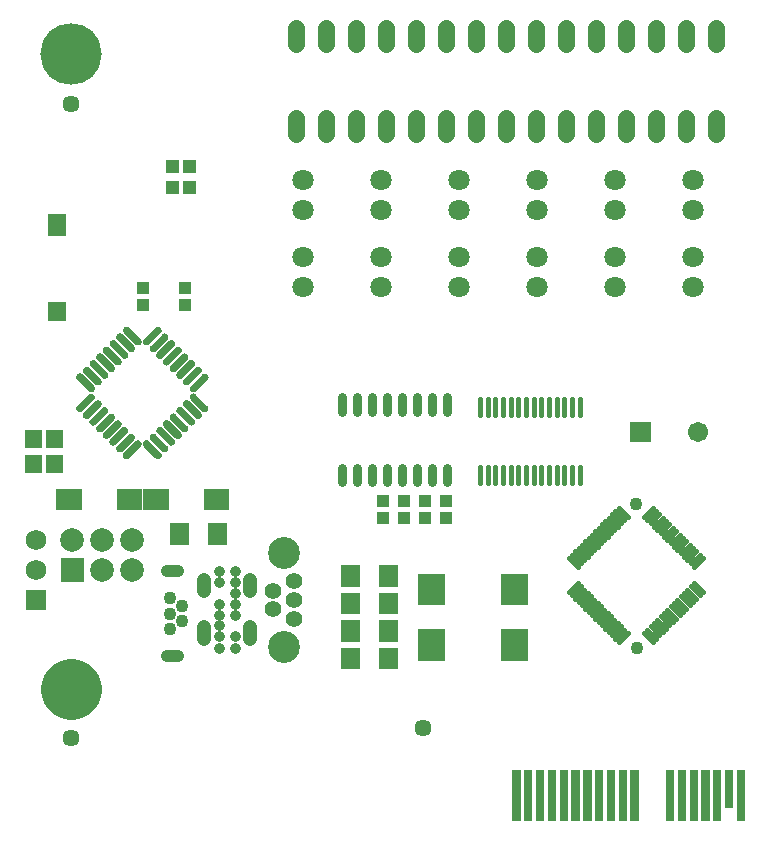
<source format=gts>
G04 Layer: TopSolderMaskLayer*
G04 EasyEDA v6.4.7, 2021-02-24T17:41:02+08:00*
G04 aefd34b0273d4d6584ca49087094e06a,119f753a6ce64b8d841f2ad33262ab0c,10*
G04 Gerber Generator version 0.2*
G04 Scale: 100 percent, Rotated: No, Reflected: No *
G04 Dimensions in millimeters *
G04 leading zeros omitted , absolute positions ,3 integer and 3 decimal *
%FSLAX33Y33*%
%MOMM*%
G90*
D02*

%ADD68C,1.403198*%
%ADD69C,5.203190*%
%ADD70C,0.444602*%
%ADD71C,0.406400*%
%ADD72C,1.003198*%
%ADD73C,0.903199*%
%ADD74C,1.203198*%
%ADD75C,0.803199*%
%ADD76C,1.448003*%
%ADD77C,2.003196*%
%ADD79C,1.803197*%
%ADD81C,1.703197*%
%ADD84R,1.727200X1.727200*%
%ADD85C,1.727200*%
%ADD86R,1.117600X1.117600*%
%ADD90C,1.092200*%
%ADD92C,1.103198*%
%ADD93C,2.703195*%

%LPD*%
G54D68*
G01X62611Y68420D02*
G01X62611Y67120D01*
G01X60071Y68420D02*
G01X60071Y67120D01*
G01X57531Y68420D02*
G01X57531Y67120D01*
G01X54991Y68420D02*
G01X54991Y67120D01*
G01X52451Y68420D02*
G01X52451Y67120D01*
G01X49911Y68420D02*
G01X49911Y67120D01*
G01X47371Y68420D02*
G01X47371Y67120D01*
G01X39751Y68420D02*
G01X39751Y67120D01*
G01X62611Y60800D02*
G01X62611Y59500D01*
G01X60071Y60800D02*
G01X60071Y59500D01*
G01X57531Y60800D02*
G01X57531Y59500D01*
G01X54991Y60800D02*
G01X54991Y59500D01*
G01X52451Y60800D02*
G01X52451Y59500D01*
G01X49911Y60800D02*
G01X49911Y59500D01*
G01X47371Y60800D02*
G01X47371Y59500D01*
G01X44831Y60800D02*
G01X44831Y59500D01*
G01X42291Y60800D02*
G01X42291Y59500D01*
G01X39751Y60800D02*
G01X39751Y59500D01*
G01X37211Y68420D02*
G01X37211Y67120D01*
G01X34671Y68420D02*
G01X34671Y67120D01*
G01X32131Y68420D02*
G01X32131Y67120D01*
G01X29591Y68420D02*
G01X29591Y67120D01*
G01X27051Y68420D02*
G01X27051Y67120D01*
G01X37211Y60800D02*
G01X37211Y59500D01*
G01X34671Y60800D02*
G01X34671Y59500D01*
G01X32131Y60800D02*
G01X32131Y59500D01*
G01X29591Y60800D02*
G01X29591Y59500D01*
G01X27051Y60800D02*
G01X27051Y59500D01*
G01X44831Y68420D02*
G01X44831Y67120D01*
G01X42291Y68420D02*
G01X42291Y67120D01*
G54D69*
G01X8001Y12525D02*
G01X8001Y12525D01*
G54D70*
G01X51088Y35652D02*
G01X51088Y37040D01*
G01X50438Y35652D02*
G01X50438Y37040D01*
G01X49788Y35652D02*
G01X49788Y37040D01*
G01X49138Y35652D02*
G01X49138Y37040D01*
G01X48488Y35652D02*
G01X48488Y37040D01*
G01X47838Y35652D02*
G01X47838Y37040D01*
G01X47187Y35652D02*
G01X47187Y37040D01*
G01X46537Y35652D02*
G01X46537Y37040D01*
G01X45887Y35652D02*
G01X45887Y37040D01*
G01X45237Y35652D02*
G01X45237Y37040D01*
G01X44587Y35652D02*
G01X44587Y37040D01*
G01X43937Y35652D02*
G01X43937Y37040D01*
G01X43287Y35652D02*
G01X43287Y37040D01*
G01X42637Y35652D02*
G01X42637Y37040D01*
G01X51088Y29920D02*
G01X51088Y31309D01*
G01X50438Y29920D02*
G01X50438Y31309D01*
G01X49788Y29920D02*
G01X49788Y31309D01*
G01X49138Y29920D02*
G01X49138Y31309D01*
G01X48488Y29920D02*
G01X48488Y31309D01*
G01X47838Y29920D02*
G01X47838Y31309D01*
G01X47187Y29920D02*
G01X47187Y31309D01*
G01X46537Y29920D02*
G01X46537Y31309D01*
G01X45887Y29920D02*
G01X45887Y31309D01*
G01X45237Y29920D02*
G01X45237Y31309D01*
G01X44587Y29920D02*
G01X44587Y31309D01*
G01X43937Y29920D02*
G01X43937Y31309D01*
G01X43287Y29920D02*
G01X43287Y31309D01*
G01X42637Y29920D02*
G01X42637Y31309D01*
G54D71*
G01X51286Y19577D02*
G01X52040Y20332D01*
G01X59818Y19012D02*
G01X59064Y19766D01*
G01X58404Y17598D02*
G01X57650Y18352D01*
G01X61233Y20426D02*
G01X60478Y21180D01*
G01X60950Y20143D02*
G01X60195Y20897D01*
G01X60384Y19577D02*
G01X59630Y20332D01*
G01X60101Y19295D02*
G01X59347Y20049D01*
G01X58687Y17881D02*
G01X57933Y18635D01*
G01X58970Y18163D02*
G01X58216Y18918D01*
G01X60667Y19860D02*
G01X59912Y20615D01*
G01X51192Y23113D02*
G01X50437Y23867D01*
G01X58121Y17315D02*
G01X57367Y18069D01*
G01X56518Y27073D02*
G01X57273Y27827D01*
G01X50154Y20709D02*
G01X50909Y21463D01*
G01X57556Y16749D02*
G01X56801Y17504D01*
G01X60195Y23396D02*
G01X60950Y24150D01*
G01X59253Y18446D02*
G01X58498Y19201D01*
G01X53548Y17315D02*
G01X54303Y18069D01*
G01X52134Y18729D02*
G01X52889Y19483D01*
G01X50909Y22830D02*
G01X50154Y23585D01*
G01X55152Y27073D02*
G01X54397Y27827D01*
G01X57838Y17032D02*
G01X57084Y17786D01*
G01X61515Y20709D02*
G01X60761Y21463D01*
G01X54114Y16749D02*
G01X54869Y17503D01*
G01X53831Y17032D02*
G01X54586Y17786D01*
G01X59535Y18729D02*
G01X58781Y19483D01*
G01X57273Y16466D02*
G01X56518Y17221D01*
G01X59912Y23679D02*
G01X60667Y24433D01*
G01X59630Y23962D02*
G01X60384Y24716D01*
G01X52606Y24527D02*
G01X51852Y25282D01*
G01X52889Y24810D02*
G01X52134Y25564D01*
G01X52323Y24244D02*
G01X51569Y24999D01*
G01X51757Y23679D02*
G01X51003Y24433D01*
G01X53171Y25093D02*
G01X52417Y25847D01*
G01X53454Y25376D02*
G01X52700Y26130D01*
G01X51474Y23396D02*
G01X50720Y24150D01*
G01X52040Y23962D02*
G01X51286Y24716D01*
G01X57932Y25659D02*
G01X58687Y26413D01*
G01X56801Y26790D02*
G01X57555Y27544D01*
G01X57084Y26507D02*
G01X57838Y27261D01*
G01X57650Y25941D02*
G01X58404Y26696D01*
G01X57367Y26224D02*
G01X58121Y26978D01*
G01X50720Y20143D02*
G01X51474Y20897D01*
G01X50437Y20426D02*
G01X51191Y21180D01*
G01X51003Y19860D02*
G01X51757Y20615D01*
G01X52983Y17881D02*
G01X53737Y18635D01*
G01X53266Y17598D02*
G01X54020Y18352D01*
G01X58781Y24810D02*
G01X59535Y25564D01*
G01X52700Y18163D02*
G01X53454Y18918D01*
G01X52417Y18446D02*
G01X53171Y19201D01*
G01X59064Y24527D02*
G01X59818Y25282D01*
G01X58498Y25093D02*
G01X59253Y25847D01*
G01X58215Y25376D02*
G01X58970Y26130D01*
G01X59347Y24244D02*
G01X60101Y24999D01*
G01X54397Y16466D02*
G01X55152Y17220D01*
G01X53737Y25659D02*
G01X52983Y26413D01*
G01X54586Y26507D02*
G01X53831Y27261D01*
G01X54020Y25941D02*
G01X53266Y26696D01*
G01X51851Y19012D02*
G01X52606Y19766D01*
G01X60761Y22830D02*
G01X61515Y23585D01*
G01X60478Y23113D02*
G01X61233Y23867D01*
G01X54303Y26224D02*
G01X53548Y26978D01*
G01X51568Y19295D02*
G01X52323Y20049D01*
G01X54869Y26790D02*
G01X54114Y27544D01*
G54D72*
G01X17111Y22440D02*
G01X16111Y22440D01*
G01X17111Y15282D02*
G01X16111Y15282D01*
G54D73*
G01X20508Y22492D02*
G01X20508Y22492D01*
G01X20508Y21542D02*
G01X20508Y21542D01*
G01X20508Y19692D02*
G01X20508Y19692D01*
G01X20508Y18792D02*
G01X20508Y18792D01*
G01X20508Y17892D02*
G01X20508Y17892D01*
G01X20508Y16942D02*
G01X20508Y16942D01*
G01X20508Y15992D02*
G01X20508Y15992D01*
G01X21909Y15992D02*
G01X21909Y15992D01*
G01X21909Y16942D02*
G01X21909Y16942D01*
G01X21909Y18792D02*
G01X21909Y18792D01*
G01X21909Y19692D02*
G01X21909Y19692D01*
G01X21909Y20592D02*
G01X21909Y20592D01*
G01X21909Y21542D02*
G01X21909Y21542D01*
G01X21909Y22492D02*
G01X21909Y22492D01*
G54D74*
G01X23138Y17742D02*
G01X23138Y16742D01*
G01X23138Y21742D02*
G01X23138Y20742D01*
G01X19279Y17742D02*
G01X19279Y16742D01*
G01X19279Y21742D02*
G01X19279Y20742D01*
G54D75*
G01X39878Y35979D02*
G01X39878Y37179D01*
G01X38608Y35979D02*
G01X38608Y37179D01*
G01X37338Y35979D02*
G01X37338Y37179D01*
G01X36068Y35979D02*
G01X36068Y37179D01*
G01X34798Y35979D02*
G01X34798Y37179D01*
G01X33528Y35979D02*
G01X33528Y37179D01*
G01X32258Y35979D02*
G01X32258Y37179D01*
G01X30988Y35979D02*
G01X30988Y37179D01*
G01X39878Y30036D02*
G01X39878Y31236D01*
G01X38608Y30036D02*
G01X38608Y31236D01*
G01X37338Y30036D02*
G01X37338Y31236D01*
G01X36068Y30036D02*
G01X36068Y31236D01*
G01X34798Y30036D02*
G01X34798Y31236D01*
G01X33528Y30036D02*
G01X33528Y31236D01*
G01X32258Y30036D02*
G01X32258Y31236D01*
G01X30988Y30036D02*
G01X30988Y31236D01*
G36*
G01X59385Y5600D02*
G01X60085Y5600D01*
G01X60085Y1300D01*
G01X59385Y1300D01*
G01X59385Y5600D01*
G37*
G36*
G01X58385Y5600D02*
G01X59085Y5600D01*
G01X59085Y1300D01*
G01X58385Y1300D01*
G01X58385Y5600D01*
G37*
G36*
G01X60385Y5600D02*
G01X61085Y5600D01*
G01X61085Y1300D01*
G01X60385Y1300D01*
G01X60385Y5600D01*
G37*
G36*
G01X62385Y5600D02*
G01X63085Y5600D01*
G01X63085Y1300D01*
G01X62385Y1300D01*
G01X62385Y5600D01*
G37*
G36*
G01X61385Y5600D02*
G01X62085Y5600D01*
G01X62085Y1300D01*
G01X61385Y1300D01*
G01X61385Y5600D01*
G37*
G36*
G01X64385Y5600D02*
G01X65085Y5600D01*
G01X65085Y1300D01*
G01X64385Y1300D01*
G01X64385Y5600D01*
G37*
G36*
G01X63385Y5600D02*
G01X64085Y5600D01*
G01X64085Y2400D01*
G01X63385Y2400D01*
G01X63385Y5600D01*
G37*
G36*
G01X46385Y5600D02*
G01X47085Y5600D01*
G01X47085Y1300D01*
G01X46385Y1300D01*
G01X46385Y5600D01*
G37*
G36*
G01X45385Y5600D02*
G01X46085Y5600D01*
G01X46085Y1300D01*
G01X45385Y1300D01*
G01X45385Y5600D01*
G37*
G36*
G01X47385Y5600D02*
G01X48085Y5600D01*
G01X48085Y1300D01*
G01X47385Y1300D01*
G01X47385Y5600D01*
G37*
G36*
G01X53385Y5600D02*
G01X54085Y5600D01*
G01X54085Y1300D01*
G01X53385Y1300D01*
G01X53385Y5600D01*
G37*
G36*
G01X52385Y5600D02*
G01X53085Y5600D01*
G01X53085Y1300D01*
G01X52385Y1300D01*
G01X52385Y5600D01*
G37*
G36*
G01X55385Y5600D02*
G01X56085Y5600D01*
G01X56085Y1300D01*
G01X55385Y1300D01*
G01X55385Y5600D01*
G37*
G36*
G01X54385Y5600D02*
G01X55085Y5600D01*
G01X55085Y1300D01*
G01X54385Y1300D01*
G01X54385Y5600D01*
G37*
G36*
G01X49385Y5600D02*
G01X50085Y5600D01*
G01X50085Y1300D01*
G01X49385Y1300D01*
G01X49385Y5600D01*
G37*
G36*
G01X48385Y5600D02*
G01X49085Y5600D01*
G01X49085Y1300D01*
G01X48385Y1300D01*
G01X48385Y5600D01*
G37*
G36*
G01X51385Y5600D02*
G01X52085Y5600D01*
G01X52085Y1300D01*
G01X51385Y1300D01*
G01X51385Y5600D01*
G37*
G36*
G01X50385Y5600D02*
G01X51085Y5600D01*
G01X51085Y1300D01*
G01X50385Y1300D01*
G01X50385Y5600D01*
G37*
G54D69*
G01X8001Y66246D03*
G54D76*
G01X37846Y9160D03*
G01X8001Y8334D03*
G01X8001Y62055D03*
G54D77*
G01X13208Y25098D03*
G01X13208Y22558D03*
G01X10668Y25098D03*
G01X10668Y22558D03*
G01X8128Y25098D03*
G36*
G01X7127Y21558D02*
G01X7127Y23559D01*
G01X9128Y23559D01*
G01X9128Y21558D01*
G01X7127Y21558D01*
G37*
G54D79*
G01X60706Y53038D03*
G01X60706Y55578D03*
G01X60706Y49101D03*
G01X60706Y46561D03*
G36*
G01X55384Y33392D02*
G01X55384Y35093D01*
G01X57086Y35093D01*
G01X57086Y33392D01*
G01X55384Y33392D01*
G37*
G54D81*
G01X61112Y34242D03*
G36*
G01X44386Y14862D02*
G01X44386Y17555D01*
G01X46672Y17555D01*
G01X46672Y14862D01*
G01X44386Y14862D01*
G37*
G36*
G01X37401Y14862D02*
G01X37401Y17555D01*
G01X39687Y17555D01*
G01X39687Y14862D01*
G01X37401Y14862D01*
G37*
G36*
G01X34074Y16480D02*
G01X34074Y18309D01*
G01X35659Y18309D01*
G01X35659Y16480D01*
G01X34074Y16480D01*
G37*
G36*
G01X30888Y16480D02*
G01X30888Y18309D01*
G01X32473Y18309D01*
G01X32473Y16480D01*
G01X30888Y16480D01*
G37*
G36*
G01X34074Y14151D02*
G01X34074Y15980D01*
G01X35659Y15980D01*
G01X35659Y14151D01*
G01X34074Y14151D01*
G37*
G36*
G01X30888Y14151D02*
G01X30888Y15980D01*
G01X32473Y15980D01*
G01X32473Y14151D01*
G01X30888Y14151D01*
G37*
G36*
G01X37401Y19561D02*
G01X37401Y22254D01*
G01X39687Y22254D01*
G01X39687Y19561D01*
G01X37401Y19561D01*
G37*
G36*
G01X44386Y19561D02*
G01X44386Y22254D01*
G01X46672Y22254D01*
G01X46672Y19561D01*
G01X44386Y19561D01*
G37*
G36*
G01X30888Y21136D02*
G01X30888Y22965D01*
G01X32473Y22965D01*
G01X32473Y21136D01*
G01X30888Y21136D01*
G37*
G36*
G01X34074Y21136D02*
G01X34074Y22965D01*
G01X35659Y22965D01*
G01X35659Y21136D01*
G01X34074Y21136D01*
G37*
G36*
G01X30888Y18807D02*
G01X30888Y20636D01*
G01X32473Y20636D01*
G01X32473Y18807D01*
G01X30888Y18807D01*
G37*
G36*
G01X34074Y18807D02*
G01X34074Y20636D01*
G01X35659Y20636D01*
G01X35659Y18807D01*
G01X34074Y18807D01*
G37*
G54D84*
G01X5080Y20018D03*
G54D85*
G01X5080Y25098D03*
G01X5080Y22558D03*
G54D79*
G01X54102Y46561D03*
G01X54102Y49101D03*
G01X47498Y46561D03*
G01X47498Y49101D03*
G01X40894Y46561D03*
G01X40894Y49101D03*
G01X34290Y46561D03*
G01X34290Y49101D03*
G01X27686Y46561D03*
G01X27686Y49101D03*
G01X54102Y53038D03*
G01X54102Y55578D03*
G01X47498Y53038D03*
G01X47498Y55578D03*
G01X40894Y53038D03*
G01X40894Y55578D03*
G01X34290Y53038D03*
G01X34290Y55578D03*
G01X27686Y53038D03*
G01X27686Y55578D03*
G36*
G01X12138Y32525D02*
G01X12100Y32530D01*
G01X12062Y32538D01*
G01X12026Y32553D01*
G01X11993Y32571D01*
G01X11960Y32591D01*
G01X11932Y32617D01*
G01X11907Y32647D01*
G01X11884Y32678D01*
G01X11866Y32711D01*
G01X11854Y32749D01*
G01X11844Y32784D01*
G01X11841Y32823D01*
G01X11841Y32861D01*
G01X11844Y32899D01*
G01X11854Y32937D01*
G01X11866Y32972D01*
G01X11884Y33008D01*
G01X11907Y33038D01*
G01X11930Y33064D01*
G01X12887Y34021D01*
G01X12913Y34044D01*
G01X12943Y34067D01*
G01X12979Y34085D01*
G01X13014Y34098D01*
G01X13053Y34108D01*
G01X13091Y34110D01*
G01X13129Y34110D01*
G01X13167Y34108D01*
G01X13202Y34098D01*
G01X13238Y34085D01*
G01X13274Y34067D01*
G01X13304Y34044D01*
G01X13335Y34019D01*
G01X13360Y33991D01*
G01X13380Y33958D01*
G01X13398Y33925D01*
G01X13413Y33889D01*
G01X13421Y33851D01*
G01X13426Y33813D01*
G01X13426Y33775D01*
G01X13421Y33737D01*
G01X13413Y33699D01*
G01X13398Y33663D01*
G01X13380Y33630D01*
G01X13360Y33597D01*
G01X12354Y32591D01*
G01X12321Y32571D01*
G01X12288Y32553D01*
G01X12252Y32538D01*
G01X12214Y32530D01*
G01X12176Y32525D01*
G01X12138Y32525D01*
G37*
G36*
G01X11562Y33099D02*
G01X11523Y33104D01*
G01X11488Y33115D01*
G01X11452Y33127D01*
G01X11417Y33145D01*
G01X11386Y33168D01*
G01X11358Y33193D01*
G01X11333Y33221D01*
G01X11310Y33252D01*
G01X11292Y33287D01*
G01X11280Y33323D01*
G01X11269Y33358D01*
G01X11264Y33397D01*
G01X11264Y33437D01*
G01X11269Y33475D01*
G01X11280Y33511D01*
G01X11292Y33546D01*
G01X11310Y33582D01*
G01X11333Y33612D01*
G01X11356Y33640D01*
G01X12311Y34595D01*
G01X12339Y34618D01*
G01X12369Y34641D01*
G01X12402Y34659D01*
G01X12440Y34672D01*
G01X12476Y34682D01*
G01X12514Y34687D01*
G01X12555Y34687D01*
G01X12590Y34682D01*
G01X12628Y34672D01*
G01X12664Y34659D01*
G01X12697Y34641D01*
G01X12730Y34618D01*
G01X12758Y34593D01*
G01X12783Y34565D01*
G01X12806Y34532D01*
G01X12824Y34499D01*
G01X12837Y34463D01*
G01X12847Y34425D01*
G01X12852Y34390D01*
G01X12852Y34349D01*
G01X12847Y34311D01*
G01X12837Y34275D01*
G01X12824Y34237D01*
G01X12806Y34204D01*
G01X12783Y34174D01*
G01X12760Y34146D01*
G01X11805Y33191D01*
G01X11777Y33168D01*
G01X11747Y33145D01*
G01X11711Y33127D01*
G01X11676Y33115D01*
G01X11640Y33104D01*
G01X11602Y33099D01*
G01X11562Y33099D01*
G37*
G36*
G01X9875Y34789D02*
G01X9837Y34794D01*
G01X9799Y34801D01*
G01X9763Y34816D01*
G01X9730Y34834D01*
G01X9697Y34855D01*
G01X9669Y34880D01*
G01X9644Y34910D01*
G01X9621Y34941D01*
G01X9603Y34974D01*
G01X9591Y35012D01*
G01X9580Y35048D01*
G01X9575Y35086D01*
G01X9575Y35124D01*
G01X9580Y35162D01*
G01X9591Y35200D01*
G01X9603Y35236D01*
G01X9621Y35269D01*
G01X9644Y35302D01*
G01X9667Y35327D01*
G01X10624Y36285D01*
G01X10650Y36307D01*
G01X10683Y36330D01*
G01X10716Y36346D01*
G01X10751Y36361D01*
G01X10789Y36368D01*
G01X10825Y36373D01*
G01X10866Y36373D01*
G01X10904Y36368D01*
G01X10939Y36361D01*
G01X10977Y36346D01*
G01X11010Y36330D01*
G01X11041Y36307D01*
G01X11071Y36282D01*
G01X11097Y36254D01*
G01X11117Y36221D01*
G01X11135Y36188D01*
G01X11150Y36152D01*
G01X11158Y36114D01*
G01X11163Y36076D01*
G01X11163Y36038D01*
G01X11158Y36000D01*
G01X11150Y35962D01*
G01X11135Y35926D01*
G01X11117Y35893D01*
G01X11097Y35860D01*
G01X11071Y35835D01*
G01X10116Y34877D01*
G01X10088Y34855D01*
G01X10058Y34834D01*
G01X10025Y34816D01*
G01X9989Y34801D01*
G01X9951Y34794D01*
G01X9913Y34789D01*
G01X9875Y34789D01*
G37*
G36*
G01X8742Y35919D02*
G01X8704Y35924D01*
G01X8669Y35934D01*
G01X8633Y35947D01*
G01X8597Y35965D01*
G01X8567Y35987D01*
G01X8536Y36013D01*
G01X8511Y36041D01*
G01X8491Y36071D01*
G01X8473Y36107D01*
G01X8460Y36142D01*
G01X8450Y36180D01*
G01X8445Y36219D01*
G01X8445Y36257D01*
G01X8450Y36295D01*
G01X8460Y36330D01*
G01X8473Y36368D01*
G01X8491Y36401D01*
G01X8511Y36432D01*
G01X8536Y36460D01*
G01X9491Y37415D01*
G01X9519Y37438D01*
G01X9550Y37461D01*
G01X9583Y37478D01*
G01X9618Y37491D01*
G01X9657Y37501D01*
G01X9695Y37506D01*
G01X9733Y37506D01*
G01X9771Y37501D01*
G01X9809Y37491D01*
G01X9845Y37478D01*
G01X9878Y37461D01*
G01X9911Y37440D01*
G01X9939Y37412D01*
G01X9964Y37384D01*
G01X9987Y37354D01*
G01X10005Y37318D01*
G01X10017Y37283D01*
G01X10027Y37247D01*
G01X10033Y37207D01*
G01X10033Y37171D01*
G01X10027Y37130D01*
G01X10017Y37095D01*
G01X10005Y37059D01*
G01X9987Y37024D01*
G01X9964Y36993D01*
G01X9941Y36965D01*
G01X8983Y36010D01*
G01X8958Y35987D01*
G01X8928Y35965D01*
G01X8892Y35947D01*
G01X8856Y35934D01*
G01X8818Y35924D01*
G01X8780Y35919D01*
G01X8742Y35919D01*
G37*
G36*
G01X9705Y37618D02*
G01X9667Y37623D01*
G01X9631Y37633D01*
G01X9596Y37646D01*
G01X9560Y37664D01*
G01X9530Y37687D01*
G01X9502Y37710D01*
G01X8547Y38665D01*
G01X8524Y38692D01*
G01X8501Y38723D01*
G01X8483Y38759D01*
G01X8470Y38794D01*
G01X8460Y38830D01*
G01X8455Y38868D01*
G01X8455Y38908D01*
G01X8460Y38946D01*
G01X8470Y38982D01*
G01X8483Y39018D01*
G01X8501Y39053D01*
G01X8524Y39084D01*
G01X8549Y39114D01*
G01X8577Y39137D01*
G01X8610Y39160D01*
G01X8643Y39178D01*
G01X8679Y39190D01*
G01X8717Y39200D01*
G01X8755Y39206D01*
G01X8793Y39206D01*
G01X8831Y39200D01*
G01X8869Y39190D01*
G01X8905Y39178D01*
G01X8938Y39160D01*
G01X8971Y39137D01*
G01X8996Y39114D01*
G01X9951Y38159D01*
G01X9977Y38131D01*
G01X9997Y38101D01*
G01X10015Y38068D01*
G01X10027Y38032D01*
G01X10038Y37994D01*
G01X10043Y37956D01*
G01X10043Y37918D01*
G01X10038Y37880D01*
G01X10027Y37842D01*
G01X10015Y37806D01*
G01X9997Y37773D01*
G01X9974Y37740D01*
G01X9949Y37712D01*
G01X9921Y37687D01*
G01X9890Y37664D01*
G01X9855Y37646D01*
G01X9819Y37633D01*
G01X9784Y37623D01*
G01X9745Y37618D01*
G01X9705Y37618D01*
G37*
G36*
G01X10271Y38184D02*
G01X10233Y38190D01*
G01X10195Y38197D01*
G01X10160Y38212D01*
G01X10126Y38230D01*
G01X10093Y38251D01*
G01X9088Y39256D01*
G01X9067Y39289D01*
G01X9050Y39322D01*
G01X9034Y39358D01*
G01X9027Y39396D01*
G01X9022Y39434D01*
G01X9022Y39472D01*
G01X9027Y39510D01*
G01X9034Y39548D01*
G01X9050Y39584D01*
G01X9067Y39617D01*
G01X9090Y39650D01*
G01X9116Y39678D01*
G01X9144Y39703D01*
G01X9174Y39726D01*
G01X9210Y39744D01*
G01X9245Y39757D01*
G01X9281Y39767D01*
G01X9319Y39769D01*
G01X9359Y39769D01*
G01X9395Y39767D01*
G01X9433Y39757D01*
G01X9469Y39744D01*
G01X9504Y39726D01*
G01X9535Y39703D01*
G01X9560Y39681D01*
G01X10518Y38726D01*
G01X10541Y38698D01*
G01X10563Y38667D01*
G01X10581Y38632D01*
G01X10594Y38596D01*
G01X10604Y38558D01*
G01X10609Y38520D01*
G01X10609Y38482D01*
G01X10604Y38444D01*
G01X10594Y38408D01*
G01X10581Y38372D01*
G01X10563Y38337D01*
G01X10541Y38306D01*
G01X10515Y38276D01*
G01X10487Y38253D01*
G01X10454Y38230D01*
G01X10421Y38212D01*
G01X10386Y38197D01*
G01X10347Y38190D01*
G01X10309Y38184D01*
G01X10271Y38184D01*
G37*
G36*
G01X10838Y38751D02*
G01X10800Y38756D01*
G01X10761Y38764D01*
G01X10726Y38776D01*
G01X10693Y38794D01*
G01X10660Y38817D01*
G01X10634Y38840D01*
G01X9677Y39797D01*
G01X9654Y39823D01*
G01X9631Y39856D01*
G01X9613Y39889D01*
G01X9601Y39924D01*
G01X9591Y39962D01*
G01X9588Y40001D01*
G01X9588Y40039D01*
G01X9593Y40077D01*
G01X9601Y40112D01*
G01X9613Y40150D01*
G01X9631Y40183D01*
G01X9654Y40216D01*
G01X9679Y40244D01*
G01X9707Y40270D01*
G01X9740Y40290D01*
G01X9773Y40308D01*
G01X9809Y40323D01*
G01X9847Y40331D01*
G01X9885Y40336D01*
G01X9923Y40336D01*
G01X9961Y40331D01*
G01X9999Y40323D01*
G01X10035Y40308D01*
G01X10068Y40290D01*
G01X10101Y40270D01*
G01X11107Y39264D01*
G01X11127Y39231D01*
G01X11145Y39198D01*
G01X11160Y39162D01*
G01X11168Y39124D01*
G01X11173Y39086D01*
G01X11173Y39048D01*
G01X11168Y39010D01*
G01X11160Y38972D01*
G01X11145Y38936D01*
G01X11127Y38903D01*
G01X11107Y38870D01*
G01X11082Y38842D01*
G01X11054Y38817D01*
G01X11021Y38794D01*
G01X10988Y38776D01*
G01X10949Y38764D01*
G01X10914Y38756D01*
G01X10876Y38751D01*
G01X10838Y38751D01*
G37*
G36*
G01X11402Y39315D02*
G01X11363Y39320D01*
G01X11328Y39330D01*
G01X11290Y39343D01*
G01X11257Y39361D01*
G01X11226Y39383D01*
G01X11198Y39406D01*
G01X10243Y40361D01*
G01X10220Y40389D01*
G01X10198Y40420D01*
G01X10180Y40455D01*
G01X10167Y40491D01*
G01X10157Y40526D01*
G01X10152Y40564D01*
G01X10152Y40605D01*
G01X10157Y40641D01*
G01X10167Y40679D01*
G01X10180Y40714D01*
G01X10198Y40750D01*
G01X10220Y40780D01*
G01X10246Y40808D01*
G01X10274Y40834D01*
G01X10307Y40857D01*
G01X10340Y40874D01*
G01X10375Y40887D01*
G01X10414Y40897D01*
G01X10449Y40902D01*
G01X10490Y40902D01*
G01X10528Y40897D01*
G01X10563Y40887D01*
G01X10599Y40874D01*
G01X10634Y40857D01*
G01X10665Y40834D01*
G01X10693Y40811D01*
G01X11648Y39856D01*
G01X11671Y39828D01*
G01X11694Y39797D01*
G01X11711Y39762D01*
G01X11724Y39726D01*
G01X11734Y39691D01*
G01X11739Y39653D01*
G01X11739Y39612D01*
G01X11734Y39576D01*
G01X11724Y39538D01*
G01X11711Y39503D01*
G01X11694Y39470D01*
G01X11671Y39437D01*
G01X11645Y39409D01*
G01X11617Y39383D01*
G01X11587Y39361D01*
G01X11551Y39343D01*
G01X11516Y39330D01*
G01X11478Y39320D01*
G01X11440Y39315D01*
G01X11402Y39315D01*
G37*
G36*
G01X11968Y39881D02*
G01X11930Y39886D01*
G01X11892Y39894D01*
G01X11856Y39909D01*
G01X11823Y39927D01*
G01X11790Y39947D01*
G01X11765Y39970D01*
G01X10810Y40928D01*
G01X10784Y40953D01*
G01X10764Y40986D01*
G01X10746Y41019D01*
G01X10731Y41055D01*
G01X10723Y41093D01*
G01X10718Y41131D01*
G01X10718Y41169D01*
G01X10723Y41207D01*
G01X10731Y41245D01*
G01X10746Y41281D01*
G01X10764Y41314D01*
G01X10784Y41347D01*
G01X10810Y41375D01*
G01X10838Y41400D01*
G01X10871Y41423D01*
G01X10904Y41441D01*
G01X10942Y41453D01*
G01X10977Y41461D01*
G01X11015Y41466D01*
G01X11054Y41466D01*
G01X11092Y41461D01*
G01X11130Y41453D01*
G01X11165Y41441D01*
G01X11198Y41423D01*
G01X11231Y41400D01*
G01X11257Y41377D01*
G01X12214Y40420D01*
G01X12237Y40394D01*
G01X12260Y40361D01*
G01X12278Y40328D01*
G01X12291Y40293D01*
G01X12298Y40255D01*
G01X12303Y40216D01*
G01X12303Y40178D01*
G01X12298Y40140D01*
G01X12291Y40105D01*
G01X12278Y40067D01*
G01X12260Y40034D01*
G01X12237Y40003D01*
G01X12212Y39973D01*
G01X12184Y39947D01*
G01X12151Y39927D01*
G01X12118Y39909D01*
G01X12082Y39894D01*
G01X12044Y39886D01*
G01X12006Y39881D01*
G01X11968Y39881D01*
G37*
G36*
G01X13098Y41012D02*
G01X13060Y41017D01*
G01X13025Y41027D01*
G01X12987Y41039D01*
G01X12954Y41057D01*
G01X12923Y41080D01*
G01X12895Y41103D01*
G01X11940Y42058D01*
G01X11917Y42086D01*
G01X11894Y42116D01*
G01X11877Y42149D01*
G01X11864Y42188D01*
G01X11854Y42223D01*
G01X11849Y42261D01*
G01X11849Y42299D01*
G01X11854Y42337D01*
G01X11864Y42375D01*
G01X11877Y42411D01*
G01X11894Y42444D01*
G01X11915Y42477D01*
G01X11943Y42505D01*
G01X11971Y42530D01*
G01X12001Y42553D01*
G01X12037Y42571D01*
G01X12072Y42584D01*
G01X12108Y42594D01*
G01X12148Y42599D01*
G01X12184Y42599D01*
G01X12225Y42594D01*
G01X12260Y42584D01*
G01X12296Y42571D01*
G01X12331Y42553D01*
G01X12362Y42530D01*
G01X12390Y42508D01*
G01X13345Y41553D01*
G01X13368Y41525D01*
G01X13390Y41494D01*
G01X13408Y41459D01*
G01X13421Y41423D01*
G01X13431Y41387D01*
G01X13436Y41347D01*
G01X13436Y41311D01*
G01X13431Y41271D01*
G01X13421Y41235D01*
G01X13408Y41199D01*
G01X13390Y41164D01*
G01X13368Y41133D01*
G01X13342Y41105D01*
G01X13314Y41080D01*
G01X13284Y41057D01*
G01X13248Y41039D01*
G01X13213Y41027D01*
G01X13174Y41017D01*
G01X13136Y41012D01*
G01X13098Y41012D01*
G37*
G36*
G01X12534Y40445D02*
G01X12496Y40450D01*
G01X12458Y40460D01*
G01X12423Y40473D01*
G01X12387Y40491D01*
G01X12357Y40514D01*
G01X12331Y40537D01*
G01X11374Y41492D01*
G01X11351Y41520D01*
G01X11328Y41550D01*
G01X11310Y41586D01*
G01X11297Y41621D01*
G01X11287Y41659D01*
G01X11285Y41697D01*
G01X11285Y41735D01*
G01X11287Y41774D01*
G01X11297Y41809D01*
G01X11310Y41845D01*
G01X11328Y41880D01*
G01X11351Y41911D01*
G01X11376Y41941D01*
G01X11404Y41964D01*
G01X11437Y41987D01*
G01X11470Y42005D01*
G01X11506Y42020D01*
G01X11544Y42028D01*
G01X11582Y42033D01*
G01X11620Y42033D01*
G01X11658Y42028D01*
G01X11696Y42020D01*
G01X11732Y42005D01*
G01X11765Y41987D01*
G01X11798Y41967D01*
G01X12804Y40961D01*
G01X12824Y40928D01*
G01X12842Y40895D01*
G01X12857Y40859D01*
G01X12865Y40821D01*
G01X12870Y40783D01*
G01X12870Y40745D01*
G01X12865Y40707D01*
G01X12857Y40669D01*
G01X12842Y40633D01*
G01X12824Y40600D01*
G01X12804Y40567D01*
G01X12778Y40539D01*
G01X12748Y40514D01*
G01X12717Y40491D01*
G01X12682Y40473D01*
G01X12646Y40460D01*
G01X12611Y40450D01*
G01X12573Y40445D01*
G01X12534Y40445D01*
G37*
G36*
G01X13665Y41578D02*
G01X13627Y41583D01*
G01X13589Y41591D01*
G01X13553Y41606D01*
G01X13520Y41624D01*
G01X13487Y41644D01*
G01X13462Y41667D01*
G01X12504Y42624D01*
G01X12481Y42650D01*
G01X12461Y42683D01*
G01X12443Y42716D01*
G01X12428Y42751D01*
G01X12420Y42790D01*
G01X12415Y42828D01*
G01X12415Y42866D01*
G01X12420Y42904D01*
G01X12428Y42942D01*
G01X12443Y42977D01*
G01X12461Y43010D01*
G01X12481Y43041D01*
G01X12506Y43071D01*
G01X12537Y43097D01*
G01X12567Y43117D01*
G01X12600Y43135D01*
G01X12636Y43150D01*
G01X12674Y43158D01*
G01X12712Y43163D01*
G01X12750Y43163D01*
G01X12788Y43158D01*
G01X12827Y43150D01*
G01X12862Y43135D01*
G01X12895Y43117D01*
G01X12928Y43097D01*
G01X12954Y43074D01*
G01X13911Y42116D01*
G01X13934Y42091D01*
G01X13954Y42058D01*
G01X13972Y42025D01*
G01X13987Y41989D01*
G01X13995Y41951D01*
G01X14000Y41913D01*
G01X14000Y41875D01*
G01X13995Y41837D01*
G01X13987Y41799D01*
G01X13972Y41763D01*
G01X13954Y41730D01*
G01X13934Y41700D01*
G01X13909Y41669D01*
G01X13878Y41644D01*
G01X13848Y41624D01*
G01X13815Y41606D01*
G01X13779Y41591D01*
G01X13741Y41583D01*
G01X13703Y41578D01*
G01X13665Y41578D01*
G37*
G36*
G01X15925Y32530D02*
G01X15887Y32536D01*
G01X15852Y32543D01*
G01X15814Y32558D01*
G01X15781Y32576D01*
G01X15750Y32596D01*
G01X15722Y32619D01*
G01X14767Y33577D01*
G01X14744Y33602D01*
G01X14721Y33635D01*
G01X14704Y33668D01*
G01X14691Y33704D01*
G01X14681Y33742D01*
G01X14676Y33780D01*
G01X14676Y33818D01*
G01X14681Y33856D01*
G01X14691Y33894D01*
G01X14704Y33930D01*
G01X14721Y33963D01*
G01X14744Y33996D01*
G01X14770Y34024D01*
G01X14798Y34049D01*
G01X14828Y34072D01*
G01X14864Y34090D01*
G01X14899Y34103D01*
G01X14935Y34113D01*
G01X14975Y34115D01*
G01X15013Y34115D01*
G01X15052Y34113D01*
G01X15087Y34103D01*
G01X15123Y34090D01*
G01X15158Y34072D01*
G01X15189Y34049D01*
G01X15217Y34027D01*
G01X16172Y33069D01*
G01X16195Y33044D01*
G01X16217Y33011D01*
G01X16235Y32977D01*
G01X16248Y32942D01*
G01X16258Y32904D01*
G01X16263Y32866D01*
G01X16263Y32828D01*
G01X16258Y32790D01*
G01X16248Y32751D01*
G01X16235Y32716D01*
G01X16217Y32683D01*
G01X16195Y32650D01*
G01X16169Y32622D01*
G01X16141Y32596D01*
G01X16111Y32576D01*
G01X16075Y32558D01*
G01X16040Y32543D01*
G01X16002Y32536D01*
G01X15966Y32530D01*
G01X15925Y32530D01*
G37*
G36*
G01X16492Y33094D02*
G01X16454Y33099D01*
G01X16416Y33110D01*
G01X16380Y33122D01*
G01X16347Y33140D01*
G01X16314Y33163D01*
G01X16289Y33186D01*
G01X15331Y34141D01*
G01X15308Y34169D01*
G01X15288Y34199D01*
G01X15270Y34235D01*
G01X15255Y34270D01*
G01X15247Y34306D01*
G01X15242Y34344D01*
G01X15242Y34385D01*
G01X15247Y34423D01*
G01X15255Y34458D01*
G01X15270Y34494D01*
G01X15288Y34529D01*
G01X15308Y34560D01*
G01X15333Y34588D01*
G01X15361Y34616D01*
G01X15394Y34636D01*
G01X15427Y34654D01*
G01X15463Y34667D01*
G01X15501Y34677D01*
G01X15539Y34682D01*
G01X15577Y34682D01*
G01X15615Y34677D01*
G01X15654Y34667D01*
G01X15689Y34654D01*
G01X15722Y34636D01*
G01X15755Y34616D01*
G01X15781Y34590D01*
G01X16738Y33635D01*
G01X16761Y33610D01*
G01X16781Y33577D01*
G01X16799Y33544D01*
G01X16814Y33508D01*
G01X16822Y33470D01*
G01X16827Y33432D01*
G01X16827Y33394D01*
G01X16822Y33356D01*
G01X16814Y33318D01*
G01X16799Y33282D01*
G01X16781Y33249D01*
G01X16761Y33216D01*
G01X16736Y33188D01*
G01X16708Y33163D01*
G01X16675Y33140D01*
G01X16642Y33122D01*
G01X16606Y33110D01*
G01X16568Y33099D01*
G01X16530Y33094D01*
G01X16492Y33094D01*
G37*
G36*
G01X15369Y31969D02*
G01X15333Y31974D01*
G01X15295Y31982D01*
G01X15260Y31997D01*
G01X15224Y32015D01*
G01X15194Y32035D01*
G01X15168Y32058D01*
G01X14211Y33016D01*
G01X14188Y33041D01*
G01X14165Y33074D01*
G01X14147Y33107D01*
G01X14135Y33143D01*
G01X14124Y33181D01*
G01X14122Y33219D01*
G01X14122Y33257D01*
G01X14124Y33295D01*
G01X14135Y33331D01*
G01X14147Y33369D01*
G01X14165Y33402D01*
G01X14188Y33435D01*
G01X14213Y33463D01*
G01X14241Y33488D01*
G01X14274Y33508D01*
G01X14307Y33526D01*
G01X14343Y33541D01*
G01X14381Y33549D01*
G01X14419Y33554D01*
G01X14457Y33554D01*
G01X14495Y33549D01*
G01X14533Y33541D01*
G01X14569Y33526D01*
G01X14602Y33508D01*
G01X14632Y33488D01*
G01X14660Y33465D01*
G01X15615Y32508D01*
G01X15638Y32482D01*
G01X15661Y32449D01*
G01X15679Y32416D01*
G01X15694Y32381D01*
G01X15702Y32342D01*
G01X15707Y32304D01*
G01X15707Y32266D01*
G01X15702Y32228D01*
G01X15694Y32190D01*
G01X15679Y32155D01*
G01X15661Y32122D01*
G01X15638Y32088D01*
G01X15615Y32061D01*
G01X15585Y32035D01*
G01X15554Y32015D01*
G01X15519Y31997D01*
G01X15483Y31982D01*
G01X15448Y31974D01*
G01X15410Y31969D01*
G01X15369Y31969D01*
G37*
G36*
G01X11005Y33656D02*
G01X10967Y33661D01*
G01X10932Y33671D01*
G01X10896Y33684D01*
G01X10861Y33701D01*
G01X10830Y33724D01*
G01X10800Y33750D01*
G01X10777Y33778D01*
G01X10754Y33808D01*
G01X10736Y33844D01*
G01X10721Y33879D01*
G01X10713Y33917D01*
G01X10708Y33955D01*
G01X10708Y33993D01*
G01X10713Y34032D01*
G01X10721Y34067D01*
G01X10736Y34105D01*
G01X10754Y34138D01*
G01X10774Y34169D01*
G01X10800Y34197D01*
G01X11755Y35152D01*
G01X11780Y35175D01*
G01X11813Y35197D01*
G01X11846Y35215D01*
G01X11882Y35228D01*
G01X11920Y35238D01*
G01X11958Y35243D01*
G01X11996Y35243D01*
G01X12034Y35238D01*
G01X12072Y35228D01*
G01X12108Y35215D01*
G01X12141Y35197D01*
G01X12174Y35175D01*
G01X12202Y35152D01*
G01X12227Y35121D01*
G01X12250Y35091D01*
G01X12268Y35055D01*
G01X12280Y35020D01*
G01X12291Y34984D01*
G01X12296Y34946D01*
G01X12296Y34905D01*
G01X12291Y34867D01*
G01X12280Y34832D01*
G01X12268Y34796D01*
G01X12250Y34761D01*
G01X12227Y34730D01*
G01X12204Y34702D01*
G01X11247Y33747D01*
G01X11221Y33724D01*
G01X11188Y33701D01*
G01X11155Y33684D01*
G01X11120Y33671D01*
G01X11082Y33661D01*
G01X11046Y33656D01*
G01X11005Y33656D01*
G37*
G36*
G01X9319Y35345D02*
G01X9281Y35350D01*
G01X9243Y35360D01*
G01X9207Y35373D01*
G01X9171Y35390D01*
G01X9141Y35411D01*
G01X9113Y35436D01*
G01X9088Y35467D01*
G01X9065Y35497D01*
G01X9047Y35533D01*
G01X9034Y35568D01*
G01X9024Y35604D01*
G01X9019Y35642D01*
G01X9019Y35683D01*
G01X9024Y35721D01*
G01X9034Y35756D01*
G01X9047Y35792D01*
G01X9065Y35827D01*
G01X9088Y35858D01*
G01X9110Y35883D01*
G01X10066Y36841D01*
G01X10093Y36864D01*
G01X10124Y36887D01*
G01X10160Y36904D01*
G01X10195Y36917D01*
G01X10231Y36927D01*
G01X10269Y36932D01*
G01X10309Y36932D01*
G01X10347Y36927D01*
G01X10383Y36917D01*
G01X10419Y36904D01*
G01X10454Y36887D01*
G01X10485Y36864D01*
G01X10513Y36838D01*
G01X10538Y36810D01*
G01X10561Y36777D01*
G01X10579Y36744D01*
G01X10591Y36709D01*
G01X10601Y36671D01*
G01X10607Y36633D01*
G01X10607Y36594D01*
G01X10601Y36556D01*
G01X10591Y36518D01*
G01X10579Y36483D01*
G01X10561Y36450D01*
G01X10538Y36419D01*
G01X10515Y36391D01*
G01X9560Y35436D01*
G01X9532Y35411D01*
G01X9502Y35390D01*
G01X9469Y35373D01*
G01X9431Y35360D01*
G01X9395Y35350D01*
G01X9357Y35345D01*
G01X9319Y35345D01*
G37*
G36*
G01X10449Y34214D02*
G01X10411Y34220D01*
G01X10373Y34227D01*
G01X10337Y34240D01*
G01X10304Y34258D01*
G01X10271Y34281D01*
G01X10243Y34306D01*
G01X10218Y34334D01*
G01X10198Y34367D01*
G01X10180Y34400D01*
G01X10165Y34435D01*
G01X10157Y34474D01*
G01X10152Y34512D01*
G01X10152Y34550D01*
G01X10157Y34588D01*
G01X10165Y34626D01*
G01X10180Y34662D01*
G01X10198Y34695D01*
G01X10218Y34728D01*
G01X11224Y35733D01*
G01X11257Y35754D01*
G01X11290Y35771D01*
G01X11325Y35787D01*
G01X11363Y35794D01*
G01X11402Y35799D01*
G01X11440Y35799D01*
G01X11478Y35794D01*
G01X11516Y35787D01*
G01X11551Y35771D01*
G01X11584Y35754D01*
G01X11617Y35733D01*
G01X11645Y35708D01*
G01X11671Y35680D01*
G01X11694Y35647D01*
G01X11709Y35614D01*
G01X11724Y35576D01*
G01X11732Y35540D01*
G01X11737Y35502D01*
G01X11737Y35464D01*
G01X11732Y35426D01*
G01X11724Y35388D01*
G01X11709Y35352D01*
G01X11691Y35319D01*
G01X11671Y35286D01*
G01X11648Y35261D01*
G01X10690Y34303D01*
G01X10665Y34281D01*
G01X10632Y34258D01*
G01X10599Y34240D01*
G01X10563Y34227D01*
G01X10525Y34220D01*
G01X10487Y34214D01*
G01X10449Y34214D01*
G37*
G36*
G01X12702Y31946D02*
G01X12666Y31951D01*
G01X12628Y31961D01*
G01X12593Y31974D01*
G01X12557Y31992D01*
G01X12527Y32015D01*
G01X12499Y32040D01*
G01X12473Y32068D01*
G01X12451Y32101D01*
G01X12433Y32134D01*
G01X12420Y32170D01*
G01X12410Y32208D01*
G01X12405Y32246D01*
G01X12405Y32284D01*
G01X12410Y32322D01*
G01X12420Y32360D01*
G01X12433Y32396D01*
G01X12451Y32429D01*
G01X12473Y32462D01*
G01X12496Y32487D01*
G01X13451Y33442D01*
G01X13479Y33468D01*
G01X13510Y33488D01*
G01X13545Y33506D01*
G01X13581Y33521D01*
G01X13616Y33529D01*
G01X13655Y33534D01*
G01X13695Y33534D01*
G01X13731Y33529D01*
G01X13769Y33521D01*
G01X13804Y33506D01*
G01X13837Y33488D01*
G01X13870Y33468D01*
G01X13898Y33442D01*
G01X13924Y33412D01*
G01X13947Y33381D01*
G01X13964Y33346D01*
G01X13977Y33310D01*
G01X13987Y33275D01*
G01X13992Y33237D01*
G01X13992Y33196D01*
G01X13987Y33160D01*
G01X13977Y33122D01*
G01X13964Y33087D01*
G01X13947Y33054D01*
G01X13924Y33021D01*
G01X13901Y32993D01*
G01X12946Y32038D01*
G01X12918Y32015D01*
G01X12887Y31992D01*
G01X12854Y31974D01*
G01X12816Y31961D01*
G01X12781Y31951D01*
G01X12743Y31946D01*
G01X12702Y31946D01*
G37*
G36*
G01X17622Y34227D02*
G01X17584Y34232D01*
G01X17546Y34240D01*
G01X17510Y34255D01*
G01X17477Y34273D01*
G01X17444Y34293D01*
G01X17419Y34316D01*
G01X16464Y35274D01*
G01X16438Y35299D01*
G01X16418Y35332D01*
G01X16400Y35365D01*
G01X16388Y35401D01*
G01X16377Y35439D01*
G01X16372Y35477D01*
G01X16372Y35515D01*
G01X16377Y35553D01*
G01X16388Y35591D01*
G01X16400Y35627D01*
G01X16418Y35660D01*
G01X16438Y35693D01*
G01X16466Y35721D01*
G01X16494Y35746D01*
G01X16525Y35766D01*
G01X16560Y35784D01*
G01X16596Y35799D01*
G01X16631Y35807D01*
G01X16670Y35812D01*
G01X16710Y35812D01*
G01X16748Y35807D01*
G01X16784Y35799D01*
G01X16819Y35784D01*
G01X16855Y35766D01*
G01X16885Y35746D01*
G01X16911Y35721D01*
G01X17868Y34766D01*
G01X17891Y34740D01*
G01X17914Y34707D01*
G01X17932Y34674D01*
G01X17945Y34639D01*
G01X17955Y34601D01*
G01X17960Y34562D01*
G01X17960Y34524D01*
G01X17955Y34486D01*
G01X17945Y34448D01*
G01X17932Y34413D01*
G01X17914Y34380D01*
G01X17891Y34347D01*
G01X17866Y34319D01*
G01X17838Y34293D01*
G01X17805Y34273D01*
G01X17772Y34255D01*
G01X17736Y34240D01*
G01X17698Y34232D01*
G01X17660Y34227D01*
G01X17622Y34227D01*
G37*
G36*
G01X18188Y34791D02*
G01X18150Y34796D01*
G01X18112Y34806D01*
G01X18077Y34819D01*
G01X18044Y34837D01*
G01X18011Y34860D01*
G01X17985Y34882D01*
G01X17028Y35838D01*
G01X17005Y35865D01*
G01X16984Y35896D01*
G01X16964Y35929D01*
G01X16951Y35967D01*
G01X16941Y36003D01*
G01X16939Y36041D01*
G01X16939Y36079D01*
G01X16941Y36119D01*
G01X16951Y36155D01*
G01X16964Y36191D01*
G01X16984Y36226D01*
G01X17005Y36257D01*
G01X17030Y36285D01*
G01X17058Y36310D01*
G01X17091Y36333D01*
G01X17124Y36351D01*
G01X17160Y36363D01*
G01X17198Y36373D01*
G01X17236Y36379D01*
G01X17274Y36379D01*
G01X17312Y36373D01*
G01X17350Y36363D01*
G01X17386Y36351D01*
G01X17419Y36333D01*
G01X17452Y36310D01*
G01X17477Y36287D01*
G01X18435Y35332D01*
G01X18458Y35304D01*
G01X18478Y35274D01*
G01X18496Y35241D01*
G01X18511Y35203D01*
G01X18519Y35167D01*
G01X18524Y35129D01*
G01X18524Y35088D01*
G01X18519Y35053D01*
G01X18511Y35015D01*
G01X18496Y34979D01*
G01X18478Y34946D01*
G01X18458Y34913D01*
G01X18432Y34885D01*
G01X18404Y34860D01*
G01X18371Y34837D01*
G01X18338Y34819D01*
G01X18303Y34806D01*
G01X18265Y34796D01*
G01X18227Y34791D01*
G01X18188Y34791D01*
G37*
G36*
G01X18755Y35357D02*
G01X18717Y35363D01*
G01X18679Y35373D01*
G01X18643Y35385D01*
G01X18608Y35403D01*
G01X18577Y35426D01*
G01X18552Y35449D01*
G01X17594Y36404D01*
G01X17571Y36432D01*
G01X17548Y36462D01*
G01X17531Y36495D01*
G01X17518Y36533D01*
G01X17508Y36569D01*
G01X17505Y36607D01*
G01X17505Y36645D01*
G01X17508Y36683D01*
G01X17518Y36721D01*
G01X17531Y36757D01*
G01X17548Y36793D01*
G01X17571Y36823D01*
G01X17597Y36851D01*
G01X17625Y36876D01*
G01X17658Y36899D01*
G01X17691Y36917D01*
G01X17726Y36930D01*
G01X17764Y36940D01*
G01X17802Y36945D01*
G01X17840Y36945D01*
G01X17879Y36940D01*
G01X17917Y36930D01*
G01X17952Y36917D01*
G01X17985Y36899D01*
G01X18016Y36876D01*
G01X18044Y36854D01*
G01X18999Y35898D01*
G01X19024Y35871D01*
G01X19044Y35840D01*
G01X19062Y35805D01*
G01X19077Y35769D01*
G01X19085Y35733D01*
G01X19090Y35695D01*
G01X19090Y35657D01*
G01X19085Y35617D01*
G01X19077Y35581D01*
G01X19062Y35545D01*
G01X19044Y35510D01*
G01X19024Y35479D01*
G01X18999Y35451D01*
G01X18968Y35426D01*
G01X18938Y35403D01*
G01X18905Y35385D01*
G01X18867Y35373D01*
G01X18831Y35363D01*
G01X18793Y35357D01*
G01X18755Y35357D01*
G37*
G36*
G01X17056Y33661D02*
G01X17020Y33666D01*
G01X16982Y33676D01*
G01X16946Y33689D01*
G01X16911Y33706D01*
G01X16880Y33729D01*
G01X16855Y33752D01*
G01X15897Y34707D01*
G01X15875Y34735D01*
G01X15852Y34766D01*
G01X15834Y34799D01*
G01X15821Y34834D01*
G01X15811Y34872D01*
G01X15808Y34910D01*
G01X15808Y34949D01*
G01X15811Y34987D01*
G01X15821Y35025D01*
G01X15834Y35060D01*
G01X15852Y35093D01*
G01X15875Y35126D01*
G01X15900Y35154D01*
G01X15928Y35180D01*
G01X15961Y35203D01*
G01X15994Y35220D01*
G01X16029Y35233D01*
G01X16068Y35243D01*
G01X16106Y35248D01*
G01X16144Y35248D01*
G01X16182Y35243D01*
G01X16220Y35233D01*
G01X16256Y35220D01*
G01X16289Y35203D01*
G01X16322Y35180D01*
G01X16347Y35157D01*
G01X17302Y34202D01*
G01X17327Y34174D01*
G01X17348Y34143D01*
G01X17365Y34108D01*
G01X17381Y34072D01*
G01X17388Y34037D01*
G01X17393Y33999D01*
G01X17393Y33958D01*
G01X17388Y33920D01*
G01X17381Y33884D01*
G01X17365Y33849D01*
G01X17348Y33813D01*
G01X17325Y33783D01*
G01X17299Y33752D01*
G01X17272Y33729D01*
G01X17241Y33706D01*
G01X17205Y33689D01*
G01X17170Y33676D01*
G01X17134Y33666D01*
G01X17096Y33661D01*
G01X17056Y33661D01*
G37*
G36*
G01X19319Y35924D02*
G01X19281Y35926D01*
G01X19243Y35937D01*
G01X19207Y35949D01*
G01X19174Y35967D01*
G01X19141Y35990D01*
G01X19116Y36013D01*
G01X18161Y36970D01*
G01X18135Y36996D01*
G01X18115Y37026D01*
G01X18097Y37062D01*
G01X18082Y37097D01*
G01X18074Y37135D01*
G01X18069Y37174D01*
G01X18069Y37212D01*
G01X18074Y37250D01*
G01X18082Y37285D01*
G01X18097Y37323D01*
G01X18115Y37356D01*
G01X18135Y37387D01*
G01X18161Y37417D01*
G01X18191Y37443D01*
G01X18221Y37463D01*
G01X18254Y37481D01*
G01X18293Y37496D01*
G01X18328Y37504D01*
G01X18366Y37509D01*
G01X18404Y37509D01*
G01X18442Y37504D01*
G01X18481Y37496D01*
G01X18516Y37481D01*
G01X18552Y37463D01*
G01X18582Y37443D01*
G01X18608Y37417D01*
G01X19565Y36462D01*
G01X19588Y36434D01*
G01X19611Y36404D01*
G01X19629Y36371D01*
G01X19641Y36335D01*
G01X19651Y36297D01*
G01X19654Y36259D01*
G01X19654Y36221D01*
G01X19651Y36183D01*
G01X19641Y36145D01*
G01X19629Y36109D01*
G01X19611Y36076D01*
G01X19588Y36043D01*
G01X19563Y36015D01*
G01X19535Y35990D01*
G01X19502Y35967D01*
G01X19469Y35949D01*
G01X19433Y35937D01*
G01X19395Y35926D01*
G01X19357Y35924D01*
G01X19319Y35924D01*
G37*
G36*
G01X18371Y37608D02*
G01X18333Y37613D01*
G01X18295Y37621D01*
G01X18260Y37636D01*
G01X18224Y37654D01*
G01X18194Y37674D01*
G01X18166Y37699D01*
G01X18140Y37730D01*
G01X18117Y37760D01*
G01X18100Y37793D01*
G01X18087Y37831D01*
G01X18077Y37867D01*
G01X18072Y37905D01*
G01X18072Y37946D01*
G01X18077Y37981D01*
G01X18087Y38019D01*
G01X18100Y38055D01*
G01X18117Y38091D01*
G01X18140Y38121D01*
G01X18163Y38146D01*
G01X19118Y39104D01*
G01X19146Y39127D01*
G01X19177Y39150D01*
G01X19210Y39167D01*
G01X19248Y39180D01*
G01X19283Y39190D01*
G01X19321Y39193D01*
G01X19359Y39193D01*
G01X19397Y39190D01*
G01X19436Y39180D01*
G01X19471Y39167D01*
G01X19504Y39150D01*
G01X19537Y39127D01*
G01X19565Y39101D01*
G01X19591Y39073D01*
G01X19613Y39040D01*
G01X19631Y39007D01*
G01X19644Y38972D01*
G01X19654Y38934D01*
G01X19659Y38896D01*
G01X19659Y38858D01*
G01X19654Y38819D01*
G01X19644Y38781D01*
G01X19631Y38746D01*
G01X19613Y38713D01*
G01X19591Y38680D01*
G01X19568Y38654D01*
G01X18613Y37699D01*
G01X18585Y37674D01*
G01X18554Y37654D01*
G01X18519Y37636D01*
G01X18483Y37621D01*
G01X18445Y37613D01*
G01X18407Y37608D01*
G01X18371Y37608D01*
G37*
G36*
G01X17795Y38182D02*
G01X17757Y38187D01*
G01X17719Y38197D01*
G01X17683Y38210D01*
G01X17650Y38228D01*
G01X17617Y38251D01*
G01X17589Y38276D01*
G01X17564Y38304D01*
G01X17543Y38334D01*
G01X17526Y38370D01*
G01X17510Y38405D01*
G01X17503Y38444D01*
G01X17498Y38482D01*
G01X17498Y38520D01*
G01X17503Y38558D01*
G01X17510Y38593D01*
G01X17526Y38632D01*
G01X17543Y38665D01*
G01X17564Y38695D01*
G01X17586Y38723D01*
G01X18544Y39678D01*
G01X18569Y39701D01*
G01X18602Y39724D01*
G01X18635Y39742D01*
G01X18671Y39754D01*
G01X18709Y39764D01*
G01X18747Y39769D01*
G01X18785Y39769D01*
G01X18823Y39764D01*
G01X18862Y39754D01*
G01X18897Y39742D01*
G01X18930Y39724D01*
G01X18963Y39701D01*
G01X18991Y39675D01*
G01X19016Y39648D01*
G01X19039Y39617D01*
G01X19057Y39581D01*
G01X19070Y39546D01*
G01X19080Y39510D01*
G01X19083Y39470D01*
G01X19083Y39432D01*
G01X19080Y39394D01*
G01X19070Y39358D01*
G01X19057Y39322D01*
G01X19039Y39287D01*
G01X19016Y39256D01*
G01X18994Y39228D01*
G01X18036Y38273D01*
G01X18011Y38251D01*
G01X17978Y38228D01*
G01X17945Y38210D01*
G01X17909Y38197D01*
G01X17871Y38187D01*
G01X17833Y38182D01*
G01X17795Y38182D01*
G37*
G36*
G01X17221Y38759D02*
G01X17183Y38761D01*
G01X17145Y38771D01*
G01X17109Y38784D01*
G01X17076Y38802D01*
G01X17043Y38825D01*
G01X17015Y38850D01*
G01X16990Y38878D01*
G01X16967Y38911D01*
G01X16949Y38944D01*
G01X16936Y38980D01*
G01X16926Y39018D01*
G01X16924Y39056D01*
G01X16924Y39094D01*
G01X16926Y39132D01*
G01X16936Y39170D01*
G01X16949Y39206D01*
G01X16967Y39239D01*
G01X16990Y39272D01*
G01X17012Y39297D01*
G01X17970Y40252D01*
G01X17995Y40277D01*
G01X18026Y40298D01*
G01X18061Y40316D01*
G01X18097Y40331D01*
G01X18135Y40338D01*
G01X18173Y40343D01*
G01X18211Y40343D01*
G01X18249Y40338D01*
G01X18285Y40331D01*
G01X18323Y40316D01*
G01X18356Y40298D01*
G01X18387Y40277D01*
G01X18417Y40252D01*
G01X18442Y40222D01*
G01X18463Y40191D01*
G01X18481Y40158D01*
G01X18496Y40120D01*
G01X18503Y40084D01*
G01X18508Y40046D01*
G01X18508Y40008D01*
G01X18503Y39970D01*
G01X18496Y39932D01*
G01X18481Y39896D01*
G01X18463Y39861D01*
G01X18442Y39830D01*
G01X18417Y39805D01*
G01X17462Y38847D01*
G01X17437Y38825D01*
G01X17404Y38802D01*
G01X17371Y38784D01*
G01X17335Y38771D01*
G01X17297Y38761D01*
G01X17259Y38759D01*
G01X17221Y38759D01*
G37*
G36*
G01X16664Y39315D02*
G01X16626Y39320D01*
G01X16588Y39327D01*
G01X16553Y39343D01*
G01X16520Y39361D01*
G01X16487Y39381D01*
G01X16459Y39406D01*
G01X16433Y39437D01*
G01X16410Y39467D01*
G01X16393Y39500D01*
G01X16380Y39536D01*
G01X16370Y39574D01*
G01X16365Y39612D01*
G01X16365Y39650D01*
G01X16370Y39688D01*
G01X16380Y39726D01*
G01X16393Y39762D01*
G01X16410Y39795D01*
G01X16433Y39828D01*
G01X16456Y39853D01*
G01X17411Y40811D01*
G01X17439Y40834D01*
G01X17470Y40854D01*
G01X17505Y40872D01*
G01X17541Y40887D01*
G01X17576Y40895D01*
G01X17614Y40900D01*
G01X17655Y40900D01*
G01X17693Y40895D01*
G01X17729Y40887D01*
G01X17764Y40872D01*
G01X17800Y40854D01*
G01X17830Y40834D01*
G01X17858Y40808D01*
G01X17884Y40778D01*
G01X17907Y40747D01*
G01X17924Y40714D01*
G01X17937Y40679D01*
G01X17947Y40641D01*
G01X17952Y40603D01*
G01X17952Y40564D01*
G01X17947Y40526D01*
G01X17937Y40488D01*
G01X17924Y40453D01*
G01X17907Y40420D01*
G01X17884Y40387D01*
G01X17861Y40361D01*
G01X16906Y39404D01*
G01X16878Y39381D01*
G01X16847Y39361D01*
G01X16814Y39343D01*
G01X16776Y39327D01*
G01X16741Y39320D01*
G01X16703Y39315D01*
G01X16664Y39315D01*
G37*
G36*
G01X15532Y40445D02*
G01X15494Y40450D01*
G01X15458Y40460D01*
G01X15420Y40473D01*
G01X15387Y40491D01*
G01X15356Y40514D01*
G01X15326Y40539D01*
G01X15300Y40567D01*
G01X15280Y40597D01*
G01X15262Y40633D01*
G01X15247Y40669D01*
G01X15240Y40707D01*
G01X15234Y40742D01*
G01X15234Y40783D01*
G01X15240Y40821D01*
G01X15247Y40857D01*
G01X15262Y40892D01*
G01X15280Y40928D01*
G01X15300Y40958D01*
G01X15326Y40986D01*
G01X16281Y41941D01*
G01X16306Y41964D01*
G01X16339Y41987D01*
G01X16372Y42005D01*
G01X16408Y42017D01*
G01X16446Y42028D01*
G01X16484Y42033D01*
G01X16522Y42033D01*
G01X16560Y42028D01*
G01X16598Y42017D01*
G01X16634Y42005D01*
G01X16667Y41987D01*
G01X16700Y41964D01*
G01X16728Y41939D01*
G01X16753Y41911D01*
G01X16776Y41880D01*
G01X16794Y41845D01*
G01X16807Y41809D01*
G01X16817Y41771D01*
G01X16819Y41735D01*
G01X16819Y41695D01*
G01X16817Y41657D01*
G01X16807Y41621D01*
G01X16794Y41586D01*
G01X16776Y41550D01*
G01X16753Y41520D01*
G01X16730Y41492D01*
G01X15773Y40537D01*
G01X15748Y40514D01*
G01X15714Y40491D01*
G01X15681Y40473D01*
G01X15646Y40460D01*
G01X15608Y40450D01*
G01X15570Y40445D01*
G01X15532Y40445D01*
G37*
G36*
G01X16108Y39871D02*
G01X16068Y39876D01*
G01X16032Y39884D01*
G01X15996Y39899D01*
G01X15961Y39917D01*
G01X15930Y39937D01*
G01X15902Y39962D01*
G01X15875Y39993D01*
G01X15854Y40023D01*
G01X15836Y40059D01*
G01X15824Y40095D01*
G01X15814Y40130D01*
G01X15808Y40168D01*
G01X15808Y40206D01*
G01X15814Y40244D01*
G01X15824Y40283D01*
G01X15836Y40318D01*
G01X15854Y40351D01*
G01X15875Y40384D01*
G01X15900Y40410D01*
G01X16855Y41367D01*
G01X16883Y41390D01*
G01X16913Y41413D01*
G01X16946Y41431D01*
G01X16984Y41443D01*
G01X17020Y41453D01*
G01X17058Y41456D01*
G01X17096Y41456D01*
G01X17134Y41453D01*
G01X17172Y41443D01*
G01X17208Y41431D01*
G01X17244Y41413D01*
G01X17274Y41390D01*
G01X17302Y41365D01*
G01X17327Y41337D01*
G01X17350Y41304D01*
G01X17368Y41271D01*
G01X17381Y41235D01*
G01X17391Y41197D01*
G01X17396Y41159D01*
G01X17396Y41121D01*
G01X17391Y41083D01*
G01X17381Y41045D01*
G01X17368Y41009D01*
G01X17350Y40976D01*
G01X17327Y40945D01*
G01X17305Y40918D01*
G01X16349Y39962D01*
G01X16322Y39937D01*
G01X16291Y39917D01*
G01X16256Y39899D01*
G01X16220Y39884D01*
G01X16184Y39876D01*
G01X16146Y39871D01*
G01X16108Y39871D01*
G37*
G36*
G01X14401Y41578D02*
G01X14363Y41583D01*
G01X14325Y41591D01*
G01X14290Y41606D01*
G01X14257Y41624D01*
G01X14224Y41644D01*
G01X14196Y41669D01*
G01X14170Y41697D01*
G01X14147Y41730D01*
G01X14130Y41763D01*
G01X14117Y41799D01*
G01X14107Y41837D01*
G01X14102Y41875D01*
G01X14102Y41913D01*
G01X14107Y41951D01*
G01X14117Y41989D01*
G01X14130Y42025D01*
G01X14147Y42058D01*
G01X14170Y42091D01*
G01X14193Y42116D01*
G01X15151Y43074D01*
G01X15176Y43097D01*
G01X15206Y43117D01*
G01X15242Y43135D01*
G01X15278Y43150D01*
G01X15313Y43158D01*
G01X15354Y43163D01*
G01X15392Y43163D01*
G01X15430Y43158D01*
G01X15466Y43150D01*
G01X15501Y43135D01*
G01X15537Y43117D01*
G01X15567Y43097D01*
G01X15598Y43071D01*
G01X15623Y43041D01*
G01X15643Y43010D01*
G01X15661Y42977D01*
G01X15674Y42942D01*
G01X15684Y42904D01*
G01X15689Y42866D01*
G01X15689Y42828D01*
G01X15684Y42790D01*
G01X15674Y42751D01*
G01X15661Y42716D01*
G01X15643Y42683D01*
G01X15623Y42650D01*
G01X15598Y42624D01*
G01X14643Y41667D01*
G01X14615Y41644D01*
G01X14584Y41624D01*
G01X14551Y41606D01*
G01X14516Y41591D01*
G01X14478Y41583D01*
G01X14439Y41578D01*
G01X14401Y41578D01*
G37*
G36*
G01X14975Y41001D02*
G01X14937Y41006D01*
G01X14899Y41017D01*
G01X14864Y41029D01*
G01X14831Y41047D01*
G01X14798Y41070D01*
G01X14770Y41095D01*
G01X14744Y41123D01*
G01X14724Y41156D01*
G01X14706Y41189D01*
G01X14691Y41225D01*
G01X14683Y41263D01*
G01X14678Y41301D01*
G01X14678Y41339D01*
G01X14683Y41377D01*
G01X14691Y41415D01*
G01X14706Y41451D01*
G01X14724Y41484D01*
G01X14744Y41517D01*
G01X14767Y41542D01*
G01X15725Y42497D01*
G01X15750Y42523D01*
G01X15783Y42543D01*
G01X15816Y42561D01*
G01X15852Y42574D01*
G01X15890Y42584D01*
G01X15928Y42589D01*
G01X15966Y42589D01*
G01X16004Y42584D01*
G01X16042Y42574D01*
G01X16078Y42561D01*
G01X16111Y42543D01*
G01X16144Y42523D01*
G01X16172Y42495D01*
G01X16197Y42467D01*
G01X16217Y42436D01*
G01X16235Y42401D01*
G01X16250Y42365D01*
G01X16258Y42330D01*
G01X16263Y42292D01*
G01X16263Y42251D01*
G01X16258Y42215D01*
G01X16250Y42177D01*
G01X16235Y42142D01*
G01X16217Y42106D01*
G01X16197Y42076D01*
G01X16174Y42050D01*
G01X15217Y41093D01*
G01X15191Y41070D01*
G01X15158Y41047D01*
G01X15125Y41029D01*
G01X15090Y41017D01*
G01X15052Y41006D01*
G01X15013Y41001D01*
G01X14975Y41001D01*
G37*
G36*
G01X16410Y24692D02*
G01X16410Y26521D01*
G01X17995Y26521D01*
G01X17995Y24692D01*
G01X16410Y24692D01*
G37*
G36*
G01X19596Y24692D02*
G01X19596Y26521D01*
G01X21181Y26521D01*
G01X21181Y24692D01*
G01X19596Y24692D01*
G37*
G54D86*
G01X34417Y27003D03*
G01X34417Y28400D03*
G01X36195Y27003D03*
G01X36195Y28400D03*
G01X37973Y27003D03*
G01X37973Y28400D03*
G01X39751Y27003D03*
G01X39751Y28400D03*
G01X17653Y45037D03*
G01X17653Y46434D03*
G36*
G01X6106Y50834D02*
G01X6106Y52675D01*
G01X7609Y52675D01*
G01X7609Y50834D01*
G01X6106Y50834D01*
G37*
G36*
G01X6106Y43615D02*
G01X6106Y45215D01*
G01X7609Y45215D01*
G01X7609Y43615D01*
G01X6106Y43615D01*
G37*
G36*
G01X11904Y27666D02*
G01X11904Y29388D01*
G01X14053Y29388D01*
G01X14053Y27666D01*
G01X11904Y27666D01*
G37*
G36*
G01X6774Y27666D02*
G01X6774Y29388D01*
G01X8923Y29388D01*
G01X8923Y27666D01*
G01X6774Y27666D01*
G37*
G36*
G01X14140Y27666D02*
G01X14140Y29388D01*
G01X16289Y29388D01*
G01X16289Y27666D01*
G01X14140Y27666D01*
G37*
G36*
G01X19270Y27666D02*
G01X19270Y29388D01*
G01X21419Y29388D01*
G01X21419Y27666D01*
G01X19270Y27666D01*
G37*
G36*
G01X17475Y54380D02*
G01X17475Y55497D01*
G01X18592Y55497D01*
G01X18592Y54380D01*
G01X17475Y54380D01*
G37*
G36*
G01X16078Y54380D02*
G01X16078Y55497D01*
G01X17195Y55497D01*
G01X17195Y54380D01*
G01X16078Y54380D01*
G37*
G36*
G01X17475Y56163D02*
G01X17475Y57280D01*
G01X18592Y57280D01*
G01X18592Y56163D01*
G01X17475Y56163D01*
G37*
G36*
G01X16078Y56163D02*
G01X16078Y57280D01*
G01X17195Y57280D01*
G01X17195Y56163D01*
G01X16078Y56163D01*
G37*
G01X14097Y45037D03*
G01X14097Y46434D03*
G54D90*
G01X55835Y28151D03*
G01X55975Y15923D03*
G36*
G01X4099Y30806D02*
G01X4099Y32317D01*
G01X5552Y32317D01*
G01X5552Y30806D01*
G01X4099Y30806D01*
G37*
G36*
G01X4099Y32866D02*
G01X4099Y34377D01*
G01X5552Y34377D01*
G01X5552Y32866D01*
G01X4099Y32866D01*
G37*
G36*
G01X5877Y30806D02*
G01X5877Y32317D01*
G01X7330Y32317D01*
G01X7330Y30806D01*
G01X5877Y30806D01*
G37*
G36*
G01X5877Y32866D02*
G01X5877Y34377D01*
G01X7330Y34377D01*
G01X7330Y32866D01*
G01X5877Y32866D01*
G37*
G54D92*
G01X16390Y17561D03*
G01X17391Y18211D03*
G01X16390Y18861D03*
G01X17391Y19512D03*
G01X16390Y20162D03*
G54D68*
G01X26936Y21618D03*
G01X25133Y20818D03*
G01X25133Y19218D03*
G01X26936Y20018D03*
G01X26936Y18418D03*
G54D93*
G01X26047Y16018D03*
G01X26047Y24018D03*
M00*
M02*

</source>
